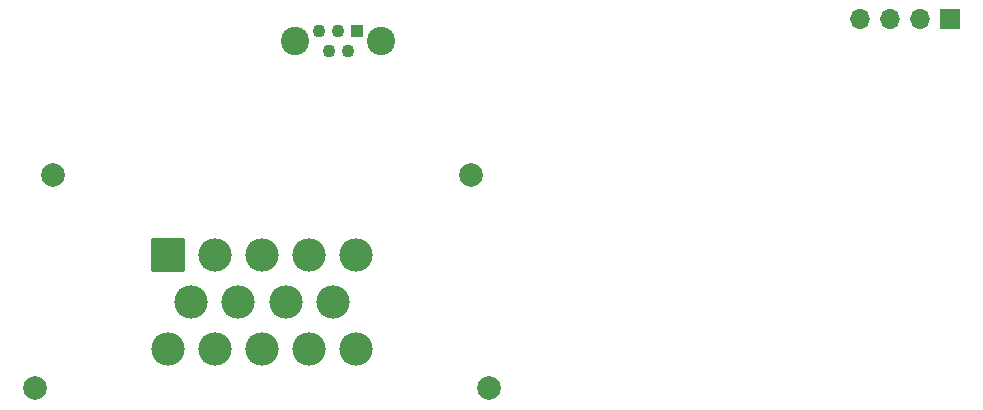
<source format=gbr>
%TF.GenerationSoftware,KiCad,Pcbnew,7.0.1*%
%TF.CreationDate,2024-06-10T08:55:10+03:00*%
%TF.ProjectId,Dash 6.8,44617368-2036-42e3-982e-6b696361645f,rev?*%
%TF.SameCoordinates,Original*%
%TF.FileFunction,Soldermask,Bot*%
%TF.FilePolarity,Negative*%
%FSLAX46Y46*%
G04 Gerber Fmt 4.6, Leading zero omitted, Abs format (unit mm)*
G04 Created by KiCad (PCBNEW 7.0.1) date 2024-06-10 08:55:10*
%MOMM*%
%LPD*%
G01*
G04 APERTURE LIST*
G04 Aperture macros list*
%AMRoundRect*
0 Rectangle with rounded corners*
0 $1 Rounding radius*
0 $2 $3 $4 $5 $6 $7 $8 $9 X,Y pos of 4 corners*
0 Add a 4 corners polygon primitive as box body*
4,1,4,$2,$3,$4,$5,$6,$7,$8,$9,$2,$3,0*
0 Add four circle primitives for the rounded corners*
1,1,$1+$1,$2,$3*
1,1,$1+$1,$4,$5*
1,1,$1+$1,$6,$7*
1,1,$1+$1,$8,$9*
0 Add four rect primitives between the rounded corners*
20,1,$1+$1,$2,$3,$4,$5,0*
20,1,$1+$1,$4,$5,$6,$7,0*
20,1,$1+$1,$6,$7,$8,$9,0*
20,1,$1+$1,$8,$9,$2,$3,0*%
G04 Aperture macros list end*
%ADD10C,2.000000*%
%ADD11RoundRect,0.102000X-1.312500X-1.312500X1.312500X-1.312500X1.312500X1.312500X-1.312500X1.312500X0*%
%ADD12C,2.829000*%
%ADD13R,1.100000X1.100000*%
%ADD14C,1.100000*%
%ADD15C,2.400000*%
%ADD16R,1.700000X1.700000*%
%ADD17O,1.700000X1.700000*%
G04 APERTURE END LIST*
D10*
%TO.C,J5*%
X131800000Y-115300000D03*
X133300000Y-97200000D03*
X168700000Y-97200000D03*
X170200000Y-115300000D03*
D11*
X143000000Y-104000000D03*
D12*
X147000000Y-104000000D03*
X151000000Y-104000000D03*
X155000000Y-104000000D03*
X159000000Y-104000000D03*
X145000000Y-108000000D03*
X149000000Y-108000000D03*
X153000000Y-108000000D03*
X157000000Y-108000000D03*
X143000000Y-112000000D03*
X147000000Y-112000000D03*
X151000000Y-112000000D03*
X155000000Y-112000000D03*
X159000000Y-112000000D03*
%TD*%
D13*
%TO.C,J1*%
X159050000Y-85025000D03*
D14*
X158250000Y-86775000D03*
X157450000Y-85025000D03*
X156650000Y-86775000D03*
X155850000Y-85025000D03*
D15*
X161100000Y-85900000D03*
X153800000Y-85900000D03*
%TD*%
D16*
%TO.C,J2*%
X209240000Y-84050000D03*
D17*
X206700000Y-84050000D03*
X204160000Y-84050000D03*
X201620000Y-84050000D03*
%TD*%
M02*

</source>
